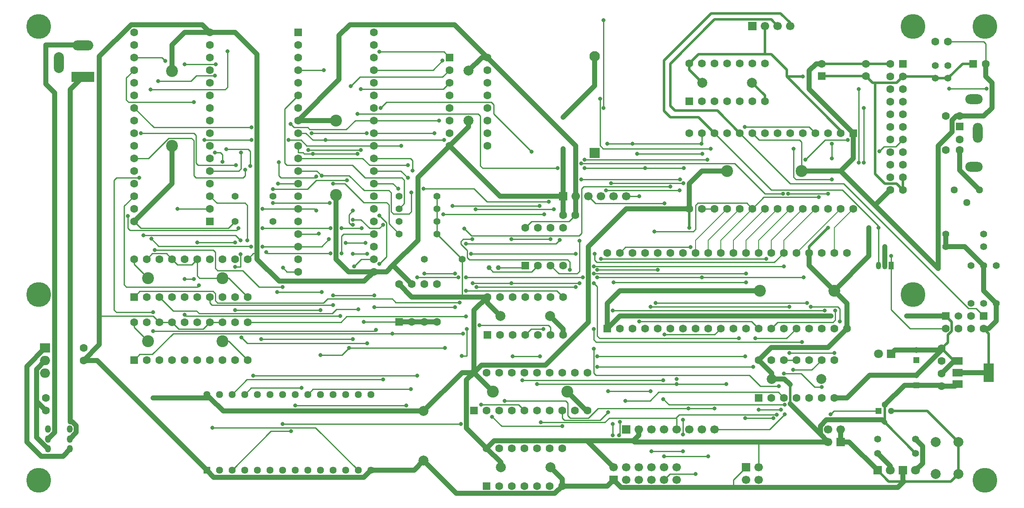
<source format=gbr>
%TF.GenerationSoftware,Novarm,DipTrace,4.3.0.5*%
%TF.CreationDate,2023-07-23T01:51:22+01:00*%
%FSLAX26Y26*%
%MOIN*%
%TF.FileFunction,Copper,L1,Top*%
%TF.Part,Single*%
%TA.AperFunction,Conductor*%
%ADD13C,0.03937*%
%ADD14C,0.019685*%
%ADD15C,0.009843*%
%ADD16C,0.007874*%
%TA.AperFunction,ComponentPad*%
%ADD18C,0.055118*%
%ADD19C,0.055118*%
%ADD20R,0.062992X0.062992*%
%ADD21C,0.062992*%
%ADD22C,0.07874*%
%ADD23R,0.066929X0.066929*%
%ADD24C,0.066929*%
%ADD25C,0.094488*%
%ADD26R,0.051181X0.051181*%
%ADD27C,0.051181*%
%ADD28C,0.066929*%
%ADD29C,0.19685*%
%ADD30C,0.062992*%
%ADD31C,0.06*%
%ADD32R,0.047244X0.047244*%
%ADD33C,0.047244*%
%ADD34R,0.056693X0.056693*%
%ADD35C,0.056693*%
%ADD36O,0.137795X0.07874*%
%ADD37O,0.07874X0.15748*%
%ADD38R,0.181102X0.07874*%
%ADD39O,0.165354X0.07874*%
%ADD40O,0.07874X0.165354*%
%ADD41R,0.07874X0.075*%
%ADD42O,0.07874X0.075*%
%ADD43R,0.070866X0.070866*%
%ADD44C,0.070866*%
%ADD45R,0.041339X0.059055*%
%ADD46O,0.041339X0.059055*%
%ADD47R,0.07874X0.059055*%
%ADD48R,0.07874X0.149606*%
%TA.AperFunction,ComponentPad*%
%ADD49O,0.047244X0.06*%
%ADD50C,0.056693*%
%ADD51R,0.082677X0.082677*%
%ADD52C,0.082677*%
%TA.AperFunction,ViaPad*%
%ADD53C,0.031496*%
%TA.AperFunction,ComponentPad*%
%ADD117C,0.03937*%
G75*
G01*
%LPD*%
X7825984Y1400000D2*
D13*
X7950000D1*
X7250000Y2250000D2*
Y2400000D1*
X7732677D2*
Y2500000D1*
X8032677Y2250000D2*
X7882677Y2400000D1*
X7732677D1*
X8132677Y1950000D2*
X8032677Y2050000D1*
Y2250000D1*
Y1750000D2*
X8075000D1*
X8132677Y1807677D1*
Y1950000D1*
X8074016Y1400000D2*
D14*
Y1708661D1*
X8032677Y1750000D1*
X7950000Y1400000D2*
D13*
X8074016D1*
X6000000Y3000000D2*
X5800000D1*
X5700000Y2900000D1*
Y2700000D1*
X4100000Y2000000D2*
X3900394D1*
X3500787D1*
X3400394Y2100394D1*
X2900000Y3400000D2*
X2600000D1*
X1409449Y2150000D2*
D15*
X1300000Y2259449D1*
Y2300000D1*
X7125000Y2550000D2*
D13*
Y2325000D1*
X6850000Y2050000D1*
X4203346Y1849606D2*
X4100000Y1952953D1*
Y2000000D1*
X6800000Y2550000D2*
D14*
X6650000Y2400000D1*
Y2350000D1*
X6750000Y3751575D2*
X7100000D1*
X4093701Y800000D2*
D13*
X4206299Y687402D1*
Y650000D1*
X5803150Y3700000D2*
D14*
X5699803Y3803346D1*
Y3850394D1*
X1450000Y1200000D2*
D13*
X1901476D1*
X2006791Y1094685D1*
X3594685D1*
X7100000Y3751575D2*
D14*
X7152362Y3699213D1*
X7175000D1*
Y2975000D1*
X7250787Y2899213D1*
X7343307D1*
X7394094Y2848425D1*
X8000000Y2850000D2*
D13*
X7843701Y3006299D1*
Y3166535D1*
X4093701Y800000D2*
X4152756Y859055D1*
X4890945D1*
X5256381D1*
X5300000Y902675D1*
Y950000D1*
X1875492Y1225984D2*
X1901476Y1200000D1*
X1600000Y3200000D2*
Y2900000D1*
X1300000Y2600000D1*
X1409449Y1650000D2*
D15*
X1300000Y1759449D1*
Y1800000D1*
X4100000Y2000000D2*
D13*
X3993701Y1893701D1*
Y1400000D1*
X4890945Y859055D2*
X5100000Y650000D1*
X6600000Y3750000D2*
D14*
X6597396Y3747396D1*
X6472398D1*
X6900000Y3319794D1*
Y3300000D1*
X5256381Y859055D2*
D13*
X5265436Y850000D1*
X6250000D1*
X6800000D1*
X5700000Y2700000D2*
D14*
Y2550000D1*
X6353346Y1349606D2*
D13*
X6453346D1*
X6499213Y1303740D1*
D14*
Y1150787D1*
D13*
X6738976Y911024D1*
Y975277D1*
X6788699Y1025000D1*
X7228937D1*
X7250000Y1003937D1*
D14*
Y1143701D1*
X6250000Y650000D2*
D15*
Y850000D1*
X3993701Y1400000D2*
D13*
X3934646Y1340945D1*
Y959055D1*
X4093701Y800000D1*
X5700000Y2700000D2*
X5200000D1*
X4900000Y2400000D1*
Y1800000D1*
X4559055Y1459055D1*
X4052756D1*
X3993701Y1400000D1*
X3700000Y2700000D2*
D15*
Y2800000D1*
Y2600000D2*
Y2700000D1*
X3700394Y2500000D2*
X3700000Y2600000D1*
X3900394Y2300000D2*
X3700394Y2500000D1*
X4100000Y3900000D2*
D13*
X4056299D1*
X3950000Y3793701D1*
X2600000Y3400000D2*
X2925000Y3725000D1*
Y4075000D1*
X3009055Y4159055D1*
X3840945D1*
X4100000Y3900000D1*
X7700984Y1292126D2*
X7808661D1*
X7825984Y1309449D1*
X7500000Y1300000D2*
X7693110D1*
X7700984Y1292126D1*
X7250000Y1143701D2*
X7406299Y1300000D1*
X7500000D1*
X7250000Y1003937D2*
D3*
D14*
X7493701Y760236D1*
X6250000Y1500000D2*
D13*
X6353346Y1396654D1*
Y1349606D1*
X6950000Y1750000D2*
X6800000Y1600000D1*
X6350000D1*
X6250000Y1500000D1*
X6850000Y2050000D2*
X6950000Y1950000D1*
Y1750000D1*
X3900394Y2000000D2*
D15*
Y2300000D1*
X6650000Y2350000D2*
D13*
Y2250000D1*
X6850000Y2050000D1*
X7394094Y2848425D2*
D14*
Y2948425D1*
X7175000Y3699213D2*
X7344882D1*
X7394094Y3748425D1*
X5699803Y3850394D2*
X5774409Y3925000D1*
X6300000D1*
X6350000D1*
X6472398Y3802602D1*
Y3747396D1*
X6300000Y4150000D2*
Y3925000D1*
X3993701Y1400000D2*
D13*
X4143701Y1250000D1*
X3594685Y1094685D2*
X3900000Y1400000D1*
X3993701D1*
X7750000Y3734252D2*
D14*
X7865748Y3850000D1*
X7951575D1*
X7650000Y3734252D2*
X7750000D1*
X7394094Y3748425D2*
X7635827D1*
X7650000Y3734252D1*
X4800000Y2800000D2*
D13*
Y3200000D1*
X4100000Y3900000D1*
X4798425Y2650000D2*
X4800000Y2651575D1*
Y2800000D1*
X6800000Y850000D2*
X6738976Y911024D1*
X4798425Y2650000D2*
D15*
X4747839Y2599414D1*
X4449414D1*
X4400000Y2550000D1*
X1300000Y2600000D2*
X1353740Y2546260D1*
X2046260D1*
X2100000Y2600000D1*
X593701Y1593701D2*
D13*
X450000Y1450000D1*
Y850000D1*
X563858Y736142D1*
X736142D1*
X793701Y793701D1*
X790551Y794291D1*
X5800000Y3300000D2*
D15*
Y3218189D1*
X5795472Y3213662D1*
X2600000Y3300000D2*
X2662012D1*
X2717716Y3244296D1*
X2816634D1*
X5250000Y3213662D2*
X5050394D1*
X5795472D2*
X5250000D1*
X2816634Y3244296D2*
X3756693D1*
X2679728Y3165945D2*
X3098244D1*
Y3649410D2*
X3749410D1*
X3800000Y3700000D1*
X2231693Y3344292D2*
X1455708D1*
X1300000Y3500000D1*
X1355118Y3300000D2*
X1772993D1*
X1790709Y3282284D1*
Y3062008D1*
X1808425Y3044292D1*
X2108268D1*
X2479732Y2231497D2*
X2511229Y2200000D1*
X2600000D1*
X3034350Y1664091D2*
X2305807D1*
X3043307Y2243308D2*
X3100000Y2300000D1*
X3200000D1*
X3272838Y1345867D2*
X2195374D1*
X2075492Y1225984D1*
X2943307Y2544292D2*
X3104035D1*
X2318307D2*
X2856693D1*
X1248819Y2643308D2*
Y2546260D1*
X1266535Y2528544D1*
X2112795D1*
X2128543Y2544292D1*
X2197441Y2447642D2*
Y2726575D1*
X2179724Y2744292D1*
X1955708D1*
X1900000Y2800000D1*
X2244291Y1374878D2*
X3542523D1*
X4048823Y1146851D2*
X4346850D1*
X4393701Y1100000D1*
X2943307Y2344292D2*
Y2482284D1*
X2961024Y2500000D1*
X3200000D1*
X2346850Y2355709D2*
X2358267Y2344292D1*
X2856693D1*
X1429921Y3644292D2*
X2021260D1*
X2038976Y3662008D1*
Y3949410D1*
X2600000Y3200000D2*
Y3144292D1*
X2640555D1*
X2648035Y3136812D1*
X2716634D1*
X4656693Y3020674D2*
X4062795D1*
X4045079Y3038390D1*
Y3434449D1*
X4027362Y3452166D1*
X3069701D1*
X5656693Y3020674D2*
X5350000D1*
X2716634Y3136812D2*
X3069701D1*
X5350000Y3020674D2*
X4871149D1*
X3456106Y1137993D2*
X2575492D1*
X4971149Y2213784D2*
X5450000D1*
X3980122Y2457678D2*
X3907288D1*
X3889571Y2439961D1*
Y2419292D1*
X3940752Y2368111D1*
Y2312012D1*
X3958468Y2294296D1*
X4737401D1*
X4755118Y2276579D1*
Y2213784D1*
X2600000Y3100000D2*
X3111024D1*
X3166732Y3044292D1*
X3468894D1*
X2220685Y3039481D2*
Y3155118D1*
X2202968Y3172835D1*
X2029409D1*
X2600000Y3000000D2*
X2747409D1*
X2785401Y2962008D1*
X5550000Y2874804D2*
X4863981D1*
X4846264Y2857087D1*
Y2503938D1*
X4828547Y2486221D1*
X3972244D1*
X3918110Y2540355D1*
X2434350Y2039768D2*
X2788090D1*
X2785401Y2962008D2*
X3004926D1*
X3122642Y2844292D1*
X3319098D1*
X3336815Y2826575D1*
Y2677358D1*
X3354531Y2659642D1*
X3479724D1*
X3497441Y2677359D1*
Y2828544D1*
X2440354Y2900000D2*
X2600000D1*
X1938976Y3144882D2*
X1983150D1*
X2000866Y3127166D1*
Y3072835D1*
X2745177Y2683662D2*
X2728839Y2700000D1*
X2600000D1*
X2318307D1*
X2545177Y934449D2*
X2383956D1*
X2075492Y625984D1*
X2147638Y3144292D2*
Y3017717D1*
X2129922Y3000000D1*
X1900000D1*
X2600000Y2500000D2*
X2761824D1*
X2762894Y2501071D1*
X2181315Y3010237D2*
Y2962009D1*
X2163598Y2944292D1*
X1790704D1*
X1772988Y2962008D1*
Y3242324D1*
X1755272Y3260040D1*
X1573917D1*
X1413878Y3100000D1*
X1300000D1*
X2745177Y2955709D2*
X2733764Y2944296D1*
X2464964D1*
X2447248Y2962012D1*
Y3068024D1*
X2626583Y1277953D2*
X2227460D1*
X2175492Y1225984D1*
X3242594Y3944296D2*
X3755704D1*
X3800000Y3900000D1*
X3017126Y3671453D2*
X3089969Y3744296D1*
X3744296D1*
X3800000Y3800000D1*
X1436811Y2460634D2*
X1493968Y2403477D1*
X2222507D1*
X2225984Y2400000D1*
X2600000D2*
X2788091D1*
X2845177Y2457087D1*
X2318307Y2400000D2*
X2600000D1*
X7200000Y2250000D2*
Y2550000D1*
X5900000Y3300000D2*
D14*
X5775000Y3425000D1*
X5550000D1*
X5500000Y3475000D1*
Y3875000D1*
X5875000Y4250000D1*
X6425000D1*
X6500000Y4175000D1*
Y4150000D1*
X7200000Y2550000D2*
D15*
Y2562638D1*
X6912638Y2850000D1*
X6350000D1*
X5900000Y3300000D1*
X6400000Y4150000D2*
D14*
X6348819Y4201181D1*
X5901181D1*
X5550000Y3850000D1*
Y3513975D1*
X5587007Y3476969D1*
X5923031D1*
X6100000Y3300000D1*
D15*
X6500000Y2900000D1*
X6925000D1*
X7915354Y1909646D1*
X7973031D1*
X8032677Y1850000D1*
X5871457Y3175989D2*
X5018677D1*
X4993307Y3201359D1*
Y3572839D1*
X6829630Y2932091D2*
X6546260D1*
X6528543Y2949808D1*
Y3175989D1*
X6829630Y3213780D2*
Y3099607D1*
X1900000Y2700000D2*
X1644291Y2699997D1*
X1812205Y2090556D2*
X1801378Y2079729D1*
X1237991D1*
X1220275Y2097445D1*
Y2720275D1*
X1300000Y2800000D1*
X5194291Y1176182D2*
X5388780D1*
X5456894Y1244296D1*
X6405704D1*
X6450000Y1200000D1*
X4137996Y1048626D2*
X4212803Y973819D1*
X4693697D1*
X5305118Y1805119D2*
X6194881D1*
X6250000Y1750000D1*
X5305118Y2800000D2*
X5200000D1*
X5750000Y2350000D2*
D16*
Y2450000D1*
X6000000Y2700000D1*
X1938976Y3755119D2*
D15*
X1792791D1*
X1750468Y3712796D1*
X1489173D1*
X5803547Y3136619D2*
X5286921D1*
X3200000Y3400000D2*
X3053308D1*
X2981851Y3328544D1*
X2691370D1*
X2675622Y3344292D1*
X2568311D1*
X2539768Y3372835D1*
X3716342Y3399997D2*
X3200000Y3400000D1*
X5850000Y2350000D2*
D16*
Y2450000D1*
X6100000Y2700000D1*
X1947244Y3844292D2*
D15*
X1700000D1*
X3144882Y3300000D2*
X2708272D1*
X3200000D2*
X3681890Y3299997D1*
X4628153Y2694292D2*
X4008665D1*
X5626799Y2931890D2*
X4843307D1*
X1700000Y2140752D2*
X1772835D1*
X5950000Y2350000D2*
D16*
Y2450000D1*
X6200000Y2700000D1*
X1918799Y962993D2*
D15*
X2738484D1*
X3075492Y625984D1*
X7208464Y3156693D2*
X7244488Y3192717D1*
X7338386D1*
X7394094Y3248425D1*
X5422835Y2519882D2*
X5732480D1*
X5750197Y2537599D1*
Y2726580D1*
X5767913Y2744296D1*
X6155704D1*
X6200000Y2700000D1*
X2522051Y3244292D2*
X2622149D1*
X2666441Y3200000D1*
X3200000D1*
X1855709Y3244292D2*
X2231693D1*
X6200000Y2700000D2*
X6290556Y2790556D1*
X6728543D1*
X3200000Y3200000D2*
X3415752Y3199997D1*
X6050000Y2350000D2*
D16*
Y2450000D1*
X6300000Y2700000D1*
X2149409Y1678544D2*
D15*
X2195669Y1632284D1*
X3148327D1*
X6956693Y3244882D2*
X6775393D1*
X6619094Y3088583D1*
X2100000Y2432020D2*
X1801378D1*
X3200000Y3100000D2*
X3488973D1*
X3506693Y3082280D1*
Y3001382D1*
X4515138Y2722835D2*
X3822945D1*
X3032579Y2343308D2*
X3148327D1*
X3034846Y2683662D2*
X3004035Y2652851D1*
Y2588583D1*
X3019783Y2572835D1*
X3032579D1*
X5844291Y3088583D2*
X5843114Y3087406D1*
X4873027D1*
X4871850Y3088583D1*
X6150000Y2350000D2*
D16*
Y2450000D1*
X6400000Y2700000D1*
X1500000Y2000000D2*
D15*
X1611216Y1888784D1*
X1793889D1*
X1815543Y1867130D1*
X2868992D1*
X2903634Y1901772D1*
X3075492D1*
X3200000Y3000000D2*
X3414027D1*
X3468897Y2945130D1*
X4549409Y2654926D2*
X3751181D1*
X6150000Y2184056D2*
X4943307D1*
X6250000Y2350000D2*
D16*
Y2450000D1*
X6500000Y2700000D1*
X1546260Y3872835D2*
D15*
X1519095Y3900000D1*
X1300000D1*
X2975492Y2428544D2*
X3132579D1*
X6483661Y2819099D2*
X6801086D1*
X4843307Y3060040D2*
X6060039D1*
X6300980Y2819099D1*
X6444291D1*
X3200000Y2900000D2*
X3351012D1*
X3393925Y2857087D1*
X4588079Y2753745D2*
X4097854D1*
X3994512Y2857087D1*
X3593307D1*
X2932579Y1849414D2*
X1710827D1*
X1700000Y1860241D1*
X6350000Y2350000D2*
D16*
Y2450000D1*
X6600000Y2700000D1*
X1900000Y2000000D2*
D15*
Y1952760D1*
X1917716Y1935044D1*
X2875492D1*
X3843311Y1916989D2*
X3204925D1*
X4801008Y2079733D2*
X4012464D1*
X6311023Y2302280D2*
X4999693D1*
X1772835Y3544292D2*
X1255708D1*
X1237992Y3562008D1*
Y3737992D1*
X1300000Y3800000D1*
X3244295Y2644292D2*
X3301382Y2587205D1*
Y2318111D1*
X3244295Y2261024D1*
X3204925Y2013441D2*
X2875492D1*
X6450000Y2350000D2*
D16*
Y2450000D1*
X6700000Y2700000D1*
X2144291Y2447642D2*
D15*
X2102755Y2489178D1*
X1372835D1*
X2100000Y2238583D2*
X2144291D1*
Y2338977D1*
X3272838Y2572835D2*
X3244295Y2544292D1*
X3166535D1*
X3098622Y2612205D1*
X3032579D1*
X3762401Y1594347D2*
X3004035D1*
X6450000Y2350000D2*
X6373737Y2273737D1*
X4967913D1*
X4950197Y2291453D1*
Y2340355D1*
X3969295D2*
X4801008D1*
X2775492Y1895678D2*
X2100000D1*
X3004035Y1594347D2*
X2946948Y1537260D1*
X2775492D1*
X8050000Y3850000D2*
D13*
Y3750000D1*
X8100000Y3700000D1*
Y3500000D1*
X8034252Y3434252D1*
X7843701D1*
X7300000Y1550000D2*
X7328740Y1578740D1*
X7500000D1*
X4600000Y650000D2*
X4693701Y556299D1*
Y500000D1*
X1600000Y3790551D2*
Y4000000D1*
X1700000Y4100000D1*
X1900000D1*
X900000Y1495276D2*
X1006201D1*
X1875492Y625984D1*
X7300000Y1093701D2*
D14*
X7588189D1*
X7832283Y849606D1*
X1900000Y4100000D2*
D13*
X1840945Y4159055D1*
X1275538D1*
X1025000Y3908517D1*
Y1849414D1*
Y1620276D1*
X900000Y1495276D1*
X3950000Y3400000D2*
Y3350000D1*
X3800000Y3200000D1*
X3400394Y1800394D2*
X3500394D1*
X7675000Y2225000D2*
X7175000Y2725000D1*
X6900000Y3000000D1*
X6590551D1*
X3500394Y2100394D2*
X3350394Y2250394D1*
X3550000Y2450000D1*
Y2950000D1*
X3800000Y3200000D1*
X2000000Y2150000D2*
D15*
X2050000D1*
X2200000Y2000000D1*
X6196850Y3700000D2*
D14*
X6299803Y3597047D1*
Y3550394D1*
X7700984Y1390551D2*
D13*
X7800984Y1490551D1*
X7825984D1*
X4734252Y1250000D2*
X4884252Y1100000D1*
X4893701D1*
X6259449Y2050000D2*
X5150000D1*
X5050000Y1950000D1*
Y1750000D1*
X593701Y1493701D2*
X526772Y1426772D1*
Y1173228D1*
Y884843D1*
X617323Y794291D1*
X7294094Y2848425D2*
X7175000Y2729331D1*
Y2725000D1*
X5100000Y550000D2*
X5161024Y488976D1*
X6050000D1*
X7352362D1*
X7400000Y536614D1*
D14*
X7281693D1*
X7193701Y624606D1*
X600000Y1100000D2*
D13*
X526772Y1173228D1*
X6850000Y1200000D2*
X6950000D1*
X4700000Y3175000D2*
Y2800000D1*
X4597047Y1849606D2*
X4700000Y1746654D1*
Y1700000D1*
X3200000Y2200000D2*
X3300000D1*
X3350394Y2250394D1*
X4950000Y3909525D2*
Y3675000D1*
X4700000Y3425000D1*
X2000000Y1650000D2*
D15*
X2050000D1*
X2200000Y1500000D1*
X6900000Y3000000D2*
D13*
X7000000Y3100000D1*
Y3300000D1*
X7843701Y3434252D2*
X7816142D1*
X7784646Y3402756D1*
Y3309646D1*
X7675000Y3200000D1*
Y2225000D1*
X7732677Y1850000D2*
X7425000D1*
X7700984Y1590551D2*
D14*
X7750000Y1639567D1*
Y1697726D1*
X7781890Y1729615D1*
Y1800787D1*
X7732677Y1850000D1*
X7500000Y1578740D2*
D13*
X7689173D1*
X7700984Y1590551D1*
X6900000Y850000D2*
Y950000D1*
X7193701Y624606D2*
X6968307Y850000D1*
X6900000D1*
X6150000Y650000D2*
D15*
X6050000Y550000D1*
Y488976D1*
X4900000Y500000D2*
D13*
X5050000D1*
X5100000Y550000D1*
X4693701Y500000D2*
X4900000D1*
X3200000Y2200000D2*
X3000000D1*
X2900000Y2300000D1*
Y2809449D1*
X1900000Y4100000D2*
X2100000D1*
X2275000Y3925000D1*
Y2344296D1*
Y2300000D1*
X2450000Y2125000D1*
X3125000D1*
X3200000Y2200000D1*
X3594685Y700984D2*
X3854724Y440945D1*
X4634646D1*
X4693701Y500000D1*
X3175492Y625984D2*
X3519685D1*
X3594685Y700984D1*
X1875492Y625984D2*
X1931398Y570079D1*
X3119587D1*
X3175492Y625984D1*
X7832283Y593701D2*
D14*
X7775197Y536614D1*
X7400000D1*
D13*
X7393701Y542913D1*
Y624606D1*
X7832283Y849606D2*
D14*
Y593701D1*
X4700000Y2800000D2*
D13*
Y2650000D1*
X3800000Y3200000D2*
X4200000Y2800000D1*
X4700000D1*
X3600394Y1800394D2*
X3700394D1*
X3500394D2*
X3600394D1*
X7100000Y3850000D2*
D14*
X7292520D1*
X7294094Y3848425D1*
X6750000Y3850000D2*
X7100000D1*
X7000000Y3300000D2*
D13*
X6650000Y3650000D1*
Y3794542D1*
X6705458Y3850000D1*
X6750000D1*
X5050000Y1750000D2*
X5150000Y1850000D1*
X6825000D1*
X7700984Y1590551D2*
D14*
X7800984Y1490551D1*
X7825984D1*
X7500000Y1378740D2*
D13*
X7700984Y1579724D1*
Y1590551D1*
X6950000Y1200000D2*
X7128740Y1378740D1*
X7500000D1*
X6590551Y3000000D2*
D15*
Y3229130D1*
X6572831Y3246851D1*
X6253149D1*
X6200000Y3300000D1*
X8050000Y3850000D2*
Y4007283D1*
X8032283Y4025000D1*
X7749213D1*
X2000000Y2150000D2*
X1817717D1*
X1800000Y2167717D1*
Y2300000D1*
X2000000Y1800000D2*
X1900000D1*
X3400394Y1800394D2*
X3119783D1*
X2200000Y2300000D2*
X2244296Y2344296D1*
X2275000D1*
X5800000Y2700000D2*
X5900000D1*
X1600000Y2300000D2*
X1555704Y2344296D1*
X1444296D1*
X1400000Y2300000D1*
X1800000D2*
X1755709Y2255709D1*
X1644291D1*
X1600000Y2300000D1*
X1500000Y1800000D2*
X1450586Y1849414D1*
X1025000D1*
X1600000Y1800000D2*
X1500000D1*
X1900000D2*
X1845473Y1745473D1*
X1654527D1*
X1600000Y1800000D1*
X4828850Y2109371D2*
X4289964D1*
X3600394Y2184056D2*
X3844008D1*
X4289964Y2457678D2*
X4600000D1*
X6222835Y1671851D2*
X6471851D1*
X6550000Y1750000D1*
X6094291Y1671851D2*
X4989566D1*
X4971850Y1689567D1*
Y2080828D1*
X4943307Y2109371D1*
X4289964D2*
X3984622D1*
X4672835Y2450796D2*
X4644284Y2422245D1*
X3928937D1*
X6450000Y2242327D2*
X4943307D1*
X5021850Y3500000D2*
Y4196260D1*
X3936980Y1744296D2*
Y1531827D1*
X3897047D1*
X5505118Y1700394D2*
X5900394D1*
X5950000Y1750000D1*
X5505118Y2743308D2*
X4956692D1*
X4900000Y2800000D1*
X5040370Y2846260D2*
X5622835D1*
X4829551Y2446552D2*
Y2201772D1*
X4811835Y2184056D1*
X4665944D1*
X4600000Y2250000D1*
X2400000Y2855119D2*
X2673067D1*
X2744523Y2926575D1*
X2988583D1*
X2400000Y2744292D2*
X2849890D1*
X7193701Y760236D2*
D13*
X7293701Y660236D1*
Y624606D1*
X7493701Y871654D2*
X7548819Y816535D1*
Y679724D1*
X7493701Y624606D1*
X893701Y3745669D2*
X793701Y3645669D1*
Y1009331D1*
X811751D1*
X841732Y979349D1*
Y924213D1*
X790551Y873031D1*
X893701Y3993701D2*
X887402Y4000000D1*
X600000D1*
Y3689370D1*
X669685Y3619685D1*
Y925394D1*
X617323Y873031D1*
X5500000Y735630D2*
D15*
X5850000D1*
X5094291Y902363D2*
Y993308D1*
X5711023Y2394292D2*
X5194292D1*
X5150000Y2350000D1*
X5142909Y902363D2*
X5150000Y909454D1*
Y1007087D1*
X5650000Y909630D2*
Y1024804D1*
X5400000Y775000D2*
X5650000D1*
X5750000Y596260D2*
X5546260D1*
X5500000Y550000D1*
X8056693Y3650788D2*
X7762012D1*
X6250000Y1105516D2*
X6428063D1*
X7732677Y1750000D2*
X7450000D1*
X7300000Y1900000D1*
Y2250000D1*
Y2325000D1*
X4515748Y1526969D2*
X4300004D1*
X6143468D2*
X4971850D1*
X6366453Y1037607D2*
X6143468D1*
X3928937Y1844686D2*
X2983465D1*
X2938780Y1800000D1*
X2200000D1*
X3928937Y2049414D2*
X4650586D1*
X4700000Y2000000D1*
X3879897Y1956359D2*
X3374311D1*
X3345772Y1984898D1*
X2832705D1*
X2800567Y1952760D1*
X1962008D1*
X1944291Y1970477D1*
Y2026580D1*
X1926575Y2044296D1*
X1344296D1*
X1300000Y2000000D1*
X4037008Y1774808D2*
X4582283D1*
X4600000Y1757091D1*
Y1700000D1*
X6774803Y1893308D2*
X5093307D1*
X4544882Y1746264D2*
X4446264D1*
X4400000Y1700000D1*
X6594295Y1643308D2*
X4961023D1*
X4943307Y1661024D1*
Y1746264D1*
X6410039Y1290556D2*
X6264098D1*
X6176701Y1377953D1*
X4961024D1*
X4943307Y1395670D1*
Y1587993D1*
X6750000Y1285630D2*
X6694296D1*
X6587012Y1392914D1*
X6449413D1*
X4187008Y2232283D2*
X4382283D1*
X4400000Y2250000D1*
X4112205Y2232283D2*
X4144685Y2199803D1*
X4449803D1*
X4500000Y2250000D1*
X4971850Y1444296D2*
X6206693D1*
X6550000Y1500000D2*
X6450000D1*
X3744882Y3874410D2*
X3670473Y3800000D1*
X3200000D1*
X6494291Y1921851D2*
X5394291D1*
X6494295Y1556107D2*
X6850000D1*
X6857480Y1893308D2*
Y1817126D1*
X6839764Y1799410D1*
X6399410D1*
X6350000Y1750000D1*
X3493252Y1267126D2*
X2716633D1*
X2675492Y1225984D1*
X6850000Y2350000D2*
D16*
Y2550000D1*
X7000000Y2700000D1*
X5394295Y1250985D2*
D15*
X5058157D1*
Y1085827D2*
X4994181Y1021851D1*
X4711417D1*
X4693701Y1039567D1*
Y1100000D1*
X3255122Y3500000D2*
X3299418Y3544296D1*
X4131692D1*
X4149409Y3526579D1*
Y3450599D1*
X4449413Y3150595D1*
X6635236Y1950394D2*
X5433661D1*
X5100000Y2116146D2*
X6150000D1*
X5654642Y2903347D2*
X5078937D1*
X3400394Y2500000D2*
X3319098Y2581296D1*
Y2731698D1*
X3301382Y2749414D1*
X3120378D1*
X2971760Y2898032D1*
X2878697D1*
X2600000Y3800000D2*
X2803390D1*
X4971149Y2155512D2*
X5800000D1*
X3928937D2*
X4856693D1*
X3543701D2*
X3871850D1*
X5800000D2*
X6605712D1*
X3400000Y2700000D2*
X3440354Y2740354D1*
Y2926580D1*
X3422638Y2944296D1*
X3131496D1*
X3031500Y3044292D1*
X2511224D1*
X2493508Y3062008D1*
Y3493508D1*
X2600000Y3600000D1*
X5495079Y1189174D2*
X5539371Y1144882D1*
X6455905D1*
X1465354Y2372839D2*
X1926575D1*
X1944291Y2355123D1*
Y2227757D1*
X1962008Y2210040D1*
X2159350D1*
X2290256Y2079134D1*
X2475492D1*
X6663779Y1921851D2*
X6876578D1*
X6894295Y1904134D1*
Y1806693D1*
X7044291Y3648426D2*
Y3064174D1*
X3891338Y991536D2*
X2475492D1*
X4377366Y1338583D2*
X5495079D1*
X3908437Y1710040D2*
X3347642D1*
X5900000Y1116339D2*
X5694291D1*
X7200000Y1093701D2*
X6846574D1*
X6821181Y1068308D1*
X5900000Y950000D2*
X6337598D1*
X6455905Y1068308D1*
X6138976Y3349414D2*
X6650586D1*
X6700000Y3300000D1*
X3347642Y1710040D2*
X1609445D1*
X1443701Y1544296D1*
X1344296D1*
X1300000Y1500000D1*
X5694291Y1116339D2*
X4976382D1*
X4899610Y1039567D1*
X4755713D1*
X4737996Y1057284D1*
Y1157677D1*
X4720279Y1175394D1*
X4237996D1*
X6394295Y1066150D2*
X5621465D1*
X5594882Y1039567D1*
X5065748D1*
X5030315Y1004134D1*
X4522248D1*
X6750000Y1500000D2*
X6671457Y1421457D1*
X6522838D1*
X5594882Y1039567D2*
X5600000Y1034449D1*
Y950000D1*
X7083661Y3497835D2*
Y3064174D1*
X1449409Y1727756D2*
X3205807D1*
X3216634Y1738583D1*
X1338976Y2944292D2*
X1159256D1*
X1141539Y2926575D1*
Y1895674D1*
X1159256Y1877957D1*
X1449409D1*
X6550000Y2350000D2*
D16*
X6900000Y2700000D1*
X5600000Y1310040D2*
D15*
X5994291D1*
X5600000D2*
X4493705D1*
D53*
X6825000Y1850000D3*
X4900000Y500000D3*
X4700000Y3425000D3*
X7425000Y1850000D3*
X6950000Y1200000D3*
X7675000Y2225000D3*
X4700000Y3175000D3*
X1450000Y1200000D3*
X5700000Y2550000D3*
X6600000Y3750000D3*
X6800000Y2550000D3*
X7125000D3*
X7200000D3*
X7950000Y1400000D3*
X7250000Y2400000D3*
X7300000Y2325000D3*
X5250000Y3213662D3*
X5050394D3*
X3756693Y3244296D3*
X5795472Y3213662D3*
X2816634Y3244296D3*
X3098244Y3165945D3*
Y3649410D3*
X2231693Y3344292D3*
X2679728Y3165945D3*
X2108268Y3044292D3*
X1355118Y3300000D3*
X2479732Y2231497D3*
X2305807Y1664091D3*
X3034350D3*
X3043307Y2243308D3*
X3272838Y1345867D3*
X3104035Y2544292D3*
X2943307D3*
X2856693D3*
X2318307D3*
X2128543D3*
X1248819Y2643308D3*
X3542523Y1374878D3*
X4048823Y1146851D3*
X2943307Y2344292D3*
X2856693D3*
X2346850Y2355709D3*
X2244291Y1374878D3*
X2197441Y2447642D3*
X2038976Y3949410D3*
X1429921Y3644292D3*
X3069701Y3136812D3*
Y3452166D3*
X4656693Y3020674D3*
X4871149D3*
X5656693D3*
X5350000D3*
X2716634Y3136812D3*
X2575492Y1137993D3*
X3456106D3*
X5450000Y2213784D3*
X4971149D3*
X4755118D3*
X3980122Y2457678D3*
X3468894Y3044292D3*
X2029409Y3172835D3*
X2220685Y3039481D3*
X3497441Y2828544D3*
X3918110Y2540355D3*
X5550000Y2874804D3*
X2785401Y2962008D3*
X2788090Y2039768D3*
X2434350D3*
X2440354Y2900000D3*
X2000866Y3072835D3*
X1938976Y3144882D3*
X2318307Y2700000D3*
X2745177Y2683662D3*
X2545177Y934449D3*
X2147638Y3144292D3*
X2762894Y2501071D3*
X2181315Y3010237D3*
X2447248Y3068024D3*
X2745177Y2955709D3*
X2626583Y1277953D3*
X3242594Y3944296D3*
X2845177Y2457087D3*
X3017126Y3671453D3*
X2225984Y2400000D3*
X1436811Y2460634D3*
X2318307Y2400000D3*
X4993307Y3572839D3*
X5871457Y3175989D3*
X6528543D3*
X6829630Y2932091D3*
Y3099607D3*
Y3213780D3*
X1644291Y2699997D3*
X1812205Y2090556D3*
X5194291Y1176182D3*
X4693697Y973819D3*
X4137996Y1048626D3*
X5305118Y1805119D3*
Y2800000D3*
X1489173Y3712796D3*
X1938976Y3755119D3*
X2539768Y3372835D3*
X3716342Y3399997D3*
X5286921Y3136619D3*
X5803547D3*
X1700000Y3844292D3*
X1947244D3*
X2708272Y3300000D3*
X3144882D3*
X3681890Y3299997D3*
X4008665Y2694292D3*
X4628153D3*
X4843307Y2931890D3*
X5626799D3*
X1772835Y2140752D3*
X1700000D3*
X1918799Y962993D3*
X7208464Y3156693D3*
X6728543Y2790556D3*
X3415752Y3199997D3*
X5422835Y2519882D3*
X2231693Y3244292D3*
X2522051D3*
X1855709D3*
X3148327Y1632284D3*
X6619094Y3088583D3*
X6956693Y3244882D3*
X1801378Y2432020D3*
X2100000D3*
X3506693Y3001382D3*
X3822945Y2722835D3*
X4515138D3*
X4871850Y3088583D3*
X5844291D3*
X3148327Y2343308D3*
X3032579D3*
Y2572835D3*
X3034846Y2683662D3*
X2149409Y1678544D3*
X3075492Y1901772D3*
X3468897Y2945130D3*
X3751181Y2654926D3*
X4549409D3*
X4943307Y2184056D3*
X6150000D3*
X1546260Y3872835D3*
X3132579Y2428544D3*
X2975492D3*
X6801086Y2819099D3*
X6483661D3*
X6444291D3*
X3393925Y2857087D3*
X3593307D3*
X4588079Y2753745D3*
X4843307Y3060040D3*
X1700000Y1860241D3*
X2932579Y1849414D3*
X3204925Y1916989D3*
X3843311D3*
X4012464Y2079733D3*
X4801008D3*
X4999693Y2302280D3*
X6311023D3*
X1772835Y3544292D3*
X3244295Y2261024D3*
Y2644292D3*
X2875492Y2013441D3*
X3204925D3*
X2875492Y1935044D3*
X1372835Y2489178D3*
X2144291Y2447642D3*
Y2338977D3*
X2100000Y2238583D3*
X3032579Y2612205D3*
X3272838Y2572835D3*
X2775492Y1537260D3*
X4950197Y2340355D3*
X4801008D3*
X3969295D3*
X3762401Y1594347D3*
X2100000Y1895678D3*
X2775492D3*
X3004035Y1594347D3*
X3119783Y1800394D3*
Y2125000D3*
X3984622Y2109371D3*
X3844008Y2184056D3*
X3600394D3*
X4600000Y2457678D3*
X4289964D3*
X6222835Y1671851D3*
X4943307Y2109371D3*
X4828850D3*
X4289964D3*
X6094291Y1671851D3*
X3928937Y2422245D3*
X4672835Y2450796D3*
X4943307Y2242327D3*
X6450000D3*
X5021850Y4196260D3*
Y3500000D3*
X3897047Y1531827D3*
X3936980Y1744296D3*
X5505118Y1700394D3*
Y2743308D3*
X5622835Y2846260D3*
X5040370D3*
X4829551Y2446552D3*
X2988583Y2926575D3*
X2400000Y2855119D3*
X2849890Y2744292D3*
X2400000D3*
X5850000Y735630D3*
X5500000D3*
X5094291Y993308D3*
Y902363D3*
X5711023Y2394292D3*
X5150000Y1007087D3*
X5142909Y902363D3*
X5650000Y1024804D3*
Y909630D3*
Y775000D3*
X5400000D3*
X5750000Y596260D3*
X7762012Y3650788D3*
X8056693D3*
X6428063Y1105516D3*
X6250000D3*
X4300004Y1526969D3*
X4515748D3*
X4971850D3*
X6143468D3*
Y1037607D3*
X6366453D3*
X3928937Y1844686D3*
Y2049414D3*
X3879897Y1956359D3*
X4037008Y1774808D3*
X5093307Y1893308D3*
X6774803D3*
X4943307Y1746264D3*
X6594295Y1643308D3*
X4544882Y1746264D3*
X4943307Y1587993D3*
X6410039Y1290556D3*
X6449413Y1392914D3*
X6750000Y1285630D3*
X6206693Y1444296D3*
X4971850D3*
X3744882Y3874410D3*
X5394291Y1921851D3*
X6494291D3*
X6850000Y1556107D3*
X6494295D3*
X6857480Y1893308D3*
X3493252Y1267126D3*
X5058157Y1250985D3*
X5394295D3*
X5058157Y1085827D3*
X4449413Y3150595D3*
X3255122Y3500000D3*
X5433661Y1950394D3*
X6635236D3*
X6150000Y2116146D3*
X5100000D3*
X5078937Y2903347D3*
X5654642D3*
X2878697Y2898032D3*
X2803390Y3800000D3*
X6605712Y2155512D3*
X5800000D3*
X4971149D3*
X4856693D3*
X3928937D3*
X3871850D3*
X3543701D3*
X6455905Y1144882D3*
X2475492Y2079134D3*
X1465354Y2372839D3*
X6894295Y1806693D3*
X6663779Y1921851D3*
X7044291Y3064174D3*
Y3648426D3*
X2475492Y991536D3*
X3891338D3*
X5495079Y1338583D3*
X4377366D3*
X5495079Y1189174D3*
X4237996Y1175394D3*
X3908437Y1710040D3*
X6821181Y1068308D3*
X6455905D3*
X5900000Y1116339D3*
X3347642Y1710040D3*
X6138976Y3349414D3*
X5694291Y1116339D3*
X6522838Y1421457D3*
X6394295Y1066150D3*
X7083661Y3064174D3*
Y3497835D3*
X4522248Y1004134D3*
X3216634Y1738583D3*
X1449409Y1727756D3*
Y1877957D3*
X1338976Y2944292D3*
X4493705Y1310040D3*
X5600000Y1349410D3*
X5994291Y1310040D3*
X5600000D3*
D18*
X7932677Y2250000D3*
D19*
Y1950000D3*
D20*
X5699803Y3550394D3*
D21*
X5799803D3*
X5899803D3*
X5999803D3*
X6099803D3*
X6199803D3*
X6299803D3*
Y3850394D3*
X6199803D3*
X6099803D3*
X5999803D3*
X5899803D3*
X5799803D3*
X5699803D3*
D20*
X1900000Y2600000D3*
D21*
Y2700000D3*
Y2800000D3*
Y2900000D3*
Y3000000D3*
Y3100000D3*
Y3200000D3*
Y3300000D3*
Y3400000D3*
Y3500000D3*
Y3600000D3*
Y3700000D3*
Y3800000D3*
Y3900000D3*
Y4000000D3*
Y4100000D3*
X1300000D3*
Y4000000D3*
Y3900000D3*
Y3800000D3*
Y3700000D3*
Y3600000D3*
Y3500000D3*
Y3400000D3*
Y3300000D3*
Y3200000D3*
Y3100000D3*
Y3000000D3*
Y2900000D3*
Y2800000D3*
Y2700000D3*
Y2600000D3*
D18*
X3400000D3*
D19*
X3700000D3*
D20*
X5050000Y1750000D3*
D21*
X5150000D3*
X5250000D3*
X5350000D3*
X5450000D3*
X5550000D3*
X5650000D3*
X5750000D3*
X5850000D3*
X5950000D3*
X6050000D3*
X6150000D3*
X6250000D3*
X6350000D3*
X6450000D3*
X6550000D3*
X6650000D3*
X6750000D3*
X6850000D3*
X6950000D3*
Y2350000D3*
X6850000D3*
X6750000D3*
X6650000D3*
X6550000D3*
X6450000D3*
X6350000D3*
X6250000D3*
X6150000D3*
X6050000D3*
X5950000D3*
X5850000D3*
X5750000D3*
X5650000D3*
X5550000D3*
X5450000D3*
X5350000D3*
X5250000D3*
X5150000D3*
X5050000D3*
D22*
X7655118Y593701D3*
Y849606D3*
X7832283Y593701D3*
Y849606D3*
D23*
X6900000Y850000D3*
D24*
X6800000D3*
X6900000Y950000D3*
X6800000D3*
D25*
X2000000Y2150000D3*
X1409449D3*
D26*
X7200000Y1093701D3*
D27*
X7250000Y1143701D3*
X7300000Y1093701D3*
D22*
X3950000Y3400000D3*
Y3793701D3*
D23*
X5100000Y550000D3*
D24*
Y650000D3*
X5200000Y550000D3*
Y650000D3*
X5300000Y550000D3*
Y650000D3*
X5400000Y550000D3*
Y650000D3*
X5500000Y550000D3*
Y650000D3*
X5600000Y550000D3*
Y650000D3*
D23*
X4700000Y2800000D3*
D28*
X4800000D3*
X4900000D3*
X5000000D3*
X5100000D3*
X5200000D3*
D29*
X543701Y4143701D3*
Y2017717D3*
X7472835Y4143701D3*
Y2017717D3*
D20*
X7394094Y3848425D3*
D30*
X7294094D3*
X7394094Y3748425D3*
X7294094D3*
X7394094Y3648425D3*
X7294094D3*
X7394094Y3548425D3*
X7294094D3*
X7394094Y3448425D3*
X7294094D3*
X7394094Y3348425D3*
X7294094D3*
X7394094Y3248425D3*
X7294094D3*
X7394094Y3148425D3*
X7294094D3*
X7394094Y3048425D3*
X7294094D3*
X7394094Y2948425D3*
X7294094D3*
X7394094Y2848425D3*
X7294094D3*
D23*
X5200000Y950000D3*
D24*
X5300000D3*
X5400000D3*
X5500000D3*
X5600000D3*
X5700000D3*
X5800000D3*
X5900000D3*
D20*
X8032677Y1850000D3*
D30*
X7932677D3*
D31*
X7832677D3*
D20*
X7732677D3*
D30*
Y1750000D3*
X7832677D3*
X7932677D3*
X8032677D3*
X4700000Y2650000D3*
X4798425D3*
D20*
X2600000Y4100000D3*
D21*
Y4000000D3*
Y3900000D3*
Y3800000D3*
Y3700000D3*
Y3600000D3*
Y3500000D3*
Y3400000D3*
Y3300000D3*
Y3200000D3*
Y3100000D3*
Y3000000D3*
Y2900000D3*
Y2800000D3*
Y2700000D3*
Y2600000D3*
Y2500000D3*
Y2400000D3*
Y2300000D3*
Y2200000D3*
X3200000D3*
Y2300000D3*
Y2400000D3*
Y2500000D3*
Y2600000D3*
Y2700000D3*
Y2800000D3*
Y2900000D3*
Y3000000D3*
Y3100000D3*
Y3200000D3*
Y3300000D3*
Y3400000D3*
Y3500000D3*
Y3600000D3*
Y3700000D3*
Y3800000D3*
Y3900000D3*
Y4000000D3*
Y4100000D3*
D18*
X2100000Y2800000D3*
D19*
X2400000D3*
D32*
X7500000Y1500000D3*
D33*
Y1578740D3*
D18*
X8032677Y2400000D3*
D19*
X7732677D3*
D20*
X1300000Y1500000D3*
D21*
X1400000D3*
X1500000D3*
X1600000D3*
X1700000D3*
X1800000D3*
X1900000D3*
X2000000D3*
X2100000D3*
X2200000D3*
Y1800000D3*
X2100000D3*
X2000000D3*
X1900000D3*
X1800000D3*
X1700000D3*
X1600000D3*
X1500000D3*
X1400000D3*
X1300000D3*
D18*
X8032677Y1950000D3*
D19*
Y2250000D3*
D25*
X1600000Y3200000D3*
Y3790551D3*
X4143701Y1250000D3*
X4734252D3*
D20*
X4100000Y1700000D3*
D21*
X4200000D3*
X4300000D3*
X4400000D3*
X4500000D3*
X4600000D3*
X4700000D3*
Y2000000D3*
X4600000D3*
X4500000D3*
X4400000D3*
X4300000D3*
X4200000D3*
X4100000D3*
D18*
X7193701Y871654D3*
D19*
X7493701D3*
D18*
X7650000Y3834252D3*
D19*
Y3734252D3*
D30*
X7100000Y3751575D3*
Y3850000D3*
D34*
X1875492Y625984D3*
D35*
X1975492D3*
X2075492D3*
X2175492D3*
X2275492D3*
X2375492D3*
X2475492D3*
X2575492D3*
X2675492D3*
X2775492D3*
X2875492D3*
X2975492D3*
X3075492D3*
X3175492D3*
Y1225984D3*
X3075492D3*
X2975492D3*
X2875492D3*
X2775492D3*
X2675492D3*
X2575492D3*
X2475492D3*
X2375492D3*
X2275492D3*
X2175492D3*
X2075492D3*
X1975492D3*
X1875492D3*
D20*
X4093701Y500000D3*
D21*
X4193701D3*
X4293701D3*
X4393701D3*
X4493701D3*
X4593701D3*
X4693701D3*
Y800000D3*
X4593701D3*
X4493701D3*
X4393701D3*
X4293701D3*
X4193701D3*
X4093701D3*
D20*
X6250000Y1200000D3*
D21*
X6350000D3*
X6450000D3*
X6550000D3*
X6650000D3*
X6750000D3*
X6850000D3*
Y1500000D3*
X6750000D3*
X6650000D3*
X6550000D3*
X6450000D3*
X6350000D3*
X6250000D3*
D20*
X7843701Y3351575D3*
D30*
Y3249213D3*
Y3434252D3*
Y3166535D3*
X7733465Y3434252D3*
Y3166535D3*
D36*
X7955906Y3030709D3*
D37*
X7987402Y3300394D3*
D36*
X7955906Y3570079D3*
D30*
X600000Y1100000D3*
Y1198425D3*
D20*
X6750000Y3751575D3*
D30*
Y3850000D3*
D18*
X7750000Y3834252D3*
D19*
Y3734252D3*
D18*
X3400000Y2800000D3*
D19*
X3700000D3*
D29*
X543701Y543701D3*
D25*
X6000000Y3000000D3*
X6590551D3*
D23*
X6200000Y4150000D3*
D24*
X6300000D3*
X6400000D3*
X6500000D3*
D32*
X7500000Y1300000D3*
D33*
Y1378740D3*
D22*
X4203346Y1849606D3*
X4597047D3*
X6196850Y3700000D3*
X5803150D3*
X6747047Y1349606D3*
X6353346D3*
D38*
X893701Y3745669D3*
D39*
Y3993701D3*
D40*
X704724Y3859843D3*
D41*
X593701Y1593701D3*
D42*
Y1493701D3*
Y1393701D3*
D20*
X7951575Y3850000D3*
D30*
X8050000D3*
X7700984Y1292126D3*
Y1390551D3*
D43*
X7300000Y1550000D3*
D44*
X7200000D3*
D45*
X7300000Y2250000D3*
D46*
X7250000D3*
X7200000D3*
D18*
X7493701Y760236D3*
D19*
X7193701D3*
D20*
X1300000Y2000000D3*
D21*
X1400000D3*
X1500000D3*
X1600000D3*
X1700000D3*
X1800000D3*
X1900000D3*
X2000000D3*
X2100000D3*
X2200000D3*
Y2300000D3*
X2100000D3*
X2000000D3*
X1900000D3*
X1800000D3*
X1700000D3*
X1600000D3*
X1500000D3*
X1400000D3*
X1300000D3*
D30*
X7749213Y4025000D3*
X7650787D3*
D18*
X3900394Y2300000D3*
D19*
X3600394D3*
D18*
X3700394Y2500000D3*
D19*
X3400394D3*
D25*
X2000000Y1650000D3*
X1409449D3*
D18*
X8032677Y2500000D3*
D19*
X7732677D3*
D20*
X4400000Y2250000D3*
D21*
X4500000D3*
X4600000D3*
X4700000D3*
Y2550000D3*
X4600000D3*
X4500000D3*
X4400000D3*
D47*
X7825984Y1490551D3*
Y1400000D3*
D48*
X8074016D3*
D47*
X7825984Y1309449D3*
D30*
X900000Y1593701D3*
Y1495276D3*
D49*
X617323Y951772D3*
Y873031D3*
Y794291D3*
X790551Y951772D3*
Y873031D3*
Y794291D3*
D20*
X3993701Y1100000D3*
D21*
X4093701D3*
X4193701D3*
X4293701D3*
X4393701D3*
X4493701D3*
X4593701D3*
X4693701D3*
X4793701D3*
X4893701D3*
Y1400000D3*
X4793701D3*
X4693701D3*
X4593701D3*
X4493701D3*
X4393701D3*
X4293701D3*
X4193701D3*
X4093701D3*
X3993701D3*
D22*
X3594685Y700984D3*
Y1094685D3*
D20*
X3800000Y3900000D3*
D21*
Y3800000D3*
Y3700000D3*
Y3600000D3*
Y3500000D3*
Y3400000D3*
Y3300000D3*
Y3200000D3*
X4100000D3*
Y3300000D3*
Y3400000D3*
Y3500000D3*
Y3600000D3*
Y3700000D3*
Y3800000D3*
Y3900000D3*
D43*
X7393701Y624606D3*
D44*
X7493701D3*
D29*
X8043701Y543701D3*
D43*
X7193701Y624606D3*
D44*
X7293701D3*
D50*
X8000000Y2850000D3*
X7900000Y2750000D3*
X7800000Y2850000D3*
D18*
X8132677Y2250000D3*
D19*
Y1950000D3*
D117*
X4187008Y2232283D3*
X4112205D3*
D20*
X7000000Y3300000D3*
D21*
X6900000D3*
X6800000D3*
X6700000D3*
X6600000D3*
X6500000D3*
X6400000D3*
X6300000D3*
X6200000D3*
X6100000D3*
X6000000D3*
X5900000D3*
X5800000D3*
X5700000D3*
Y2700000D3*
X5800000D3*
X5900000D3*
X6000000D3*
X6100000D3*
X6200000D3*
X6300000D3*
X6400000D3*
X6500000D3*
X6600000D3*
X6700000D3*
X6800000D3*
X6900000D3*
X7000000D3*
D29*
X8043701Y4143701D3*
D20*
X3400394Y1800394D3*
D21*
X3500394D3*
X3600394D3*
X3700394D3*
Y2100394D3*
X3600394D3*
X3500394D3*
X3400394D3*
D23*
X6150000Y650000D3*
D24*
X6250000D3*
X6150000Y550000D3*
X6250000D3*
D25*
X6850000Y2050000D3*
X6259449D3*
D22*
X4600000Y650000D3*
X4206299D3*
D18*
X3700000Y2700000D3*
D19*
X3400000D3*
D18*
X2100000Y2600000D3*
D19*
X2400000D3*
D25*
X2900000Y3400000D3*
Y2809449D3*
D30*
X7700984Y1492126D3*
Y1590551D3*
D51*
X4950000Y3141808D3*
D52*
Y3909525D3*
M02*

</source>
